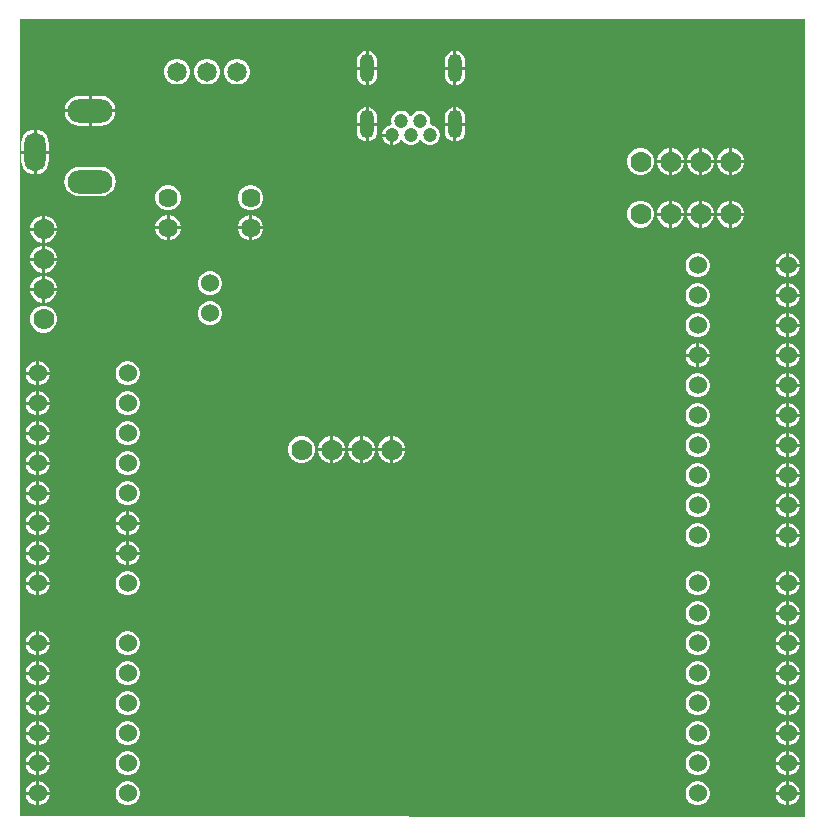
<source format=gbl>
G04*
G04 #@! TF.GenerationSoftware,Altium Limited,Altium Designer,24.2.2 (26)*
G04*
G04 Layer_Physical_Order=2*
G04 Layer_Color=16711680*
%FSLAX44Y44*%
%MOMM*%
G71*
G04*
G04 #@! TF.SameCoordinates,EF5741E1-F204-4FC3-9B2C-2ADE7EA652BA*
G04*
G04*
G04 #@! TF.FilePolarity,Positive*
G04*
G01*
G75*
%ADD60C,1.6200*%
%ADD61C,1.5240*%
%ADD62C,1.7780*%
%ADD63C,1.6500*%
%ADD64O,1.2000X2.4000*%
%ADD65C,1.2000*%
%ADD66O,1.8000X3.3000*%
%ADD67O,3.8000X2.0000*%
%ADD68C,0.6350*%
G36*
X670461Y6088D02*
X669562Y5191D01*
X5179Y6445D01*
Y680620D01*
X670461D01*
X670461Y6088D01*
D02*
G37*
%LPC*%
G36*
X375020Y653575D02*
Y640398D01*
X382363D01*
Y645128D01*
X382070Y647358D01*
X381209Y649435D01*
X379840Y651219D01*
X378056Y652588D01*
X375979Y653449D01*
X375020Y653575D01*
D02*
G37*
G36*
X300620D02*
Y640398D01*
X307964D01*
Y645128D01*
X307671Y647358D01*
X306810Y649435D01*
X305441Y651219D01*
X303657Y652588D01*
X301580Y653449D01*
X300620Y653575D01*
D02*
G37*
G36*
X298080D02*
X297121Y653449D01*
X295044Y652588D01*
X293260Y651219D01*
X291891Y649435D01*
X291030Y647358D01*
X290737Y645128D01*
Y640398D01*
X298080D01*
Y653575D01*
D02*
G37*
G36*
X372480D02*
X371520Y653449D01*
X369443Y652588D01*
X367659Y651219D01*
X366290Y649435D01*
X365429Y647358D01*
X365136Y645128D01*
Y640398D01*
X372480D01*
Y653575D01*
D02*
G37*
G36*
X190651Y647060D02*
X187810D01*
X185065Y646325D01*
X182605Y644904D01*
X180596Y642895D01*
X179175Y640435D01*
X178440Y637691D01*
Y634850D01*
X179175Y632105D01*
X180596Y629645D01*
X182605Y627636D01*
X185065Y626215D01*
X187810Y625480D01*
X190651D01*
X193395Y626215D01*
X195855Y627636D01*
X197864Y629645D01*
X199285Y632105D01*
X200020Y634850D01*
Y637691D01*
X199285Y640435D01*
X197864Y642895D01*
X195855Y644904D01*
X193395Y646325D01*
X190651Y647060D01*
D02*
G37*
G36*
X165250D02*
X162409D01*
X159665Y646325D01*
X157205Y644904D01*
X155196Y642895D01*
X153775Y640435D01*
X153040Y637691D01*
Y634850D01*
X153775Y632105D01*
X155196Y629645D01*
X157205Y627636D01*
X159665Y626215D01*
X162409Y625480D01*
X165250D01*
X167995Y626215D01*
X170455Y627636D01*
X172464Y629645D01*
X173885Y632105D01*
X174620Y634850D01*
Y637691D01*
X173885Y640435D01*
X172464Y642895D01*
X170455Y644904D01*
X167995Y646325D01*
X165250Y647060D01*
D02*
G37*
G36*
X139851D02*
X137009D01*
X134265Y646325D01*
X131805Y644904D01*
X129796Y642895D01*
X128375Y640435D01*
X127640Y637691D01*
Y634850D01*
X128375Y632105D01*
X129796Y629645D01*
X131805Y627636D01*
X134265Y626215D01*
X137009Y625480D01*
X139851D01*
X142595Y626215D01*
X145055Y627636D01*
X147064Y629645D01*
X148485Y632105D01*
X149220Y634850D01*
Y637691D01*
X148485Y640435D01*
X147064Y642895D01*
X145055Y644904D01*
X142595Y646325D01*
X139851Y647060D01*
D02*
G37*
G36*
X382363Y637859D02*
X375020D01*
Y624682D01*
X375979Y624808D01*
X378056Y625669D01*
X379840Y627038D01*
X381209Y628822D01*
X382070Y630899D01*
X382363Y633129D01*
Y637859D01*
D02*
G37*
G36*
X307964D02*
X300620D01*
Y624682D01*
X301580Y624808D01*
X303657Y625669D01*
X305441Y627038D01*
X306810Y628822D01*
X307671Y630899D01*
X307964Y633129D01*
Y637859D01*
D02*
G37*
G36*
X372480D02*
X365136D01*
Y633129D01*
X365429Y630899D01*
X366290Y628822D01*
X367659Y627038D01*
X369443Y625669D01*
X371520Y624808D01*
X372480Y624682D01*
Y637859D01*
D02*
G37*
G36*
X298080D02*
X290737D01*
Y633129D01*
X291030Y630899D01*
X291891Y628822D01*
X293260Y627038D01*
X295044Y625669D01*
X297121Y624808D01*
X298080Y624682D01*
Y637859D01*
D02*
G37*
G36*
X73770Y615898D02*
X66040D01*
Y604520D01*
X86251D01*
X85987Y606524D01*
X84724Y609574D01*
X82714Y612194D01*
X80094Y614204D01*
X77044Y615467D01*
X73770Y615898D01*
D02*
G37*
G36*
X63500D02*
X55770D01*
X52496Y615467D01*
X49446Y614204D01*
X46826Y612194D01*
X44816Y609574D01*
X43553Y606524D01*
X43289Y604520D01*
X63500D01*
Y615898D01*
D02*
G37*
G36*
X345476Y603189D02*
X343227D01*
X341055Y602607D01*
X339108Y601482D01*
X337518Y599892D01*
X337085Y599143D01*
X335619D01*
X335186Y599892D01*
X333596Y601482D01*
X331648Y602607D01*
X329477Y603189D01*
X327228D01*
X325056Y602607D01*
X323108Y601482D01*
X321519Y599892D01*
X320394Y597945D01*
X319812Y595773D01*
Y593524D01*
X320108Y592421D01*
X319227Y591152D01*
X317055Y590569D01*
X315107Y589445D01*
X313517Y587855D01*
X312393Y585908D01*
X311850Y583881D01*
X320351D01*
Y582612D01*
X321621D01*
Y574110D01*
X323647Y574654D01*
X325595Y575778D01*
X327185Y577368D01*
X327618Y578117D01*
X329084D01*
X329517Y577368D01*
X331107Y575778D01*
X333054Y574654D01*
X335226Y574072D01*
X337475D01*
X339647Y574654D01*
X341594Y575778D01*
X343184Y577368D01*
X343617Y578117D01*
X345084D01*
X345516Y577368D01*
X347106Y575778D01*
X349054Y574654D01*
X351226Y574072D01*
X353474D01*
X355646Y574654D01*
X357594Y575778D01*
X359184Y577368D01*
X360308Y579315D01*
X360890Y581487D01*
Y583736D01*
X360308Y585908D01*
X359184Y587855D01*
X357594Y589445D01*
X355646Y590569D01*
X353474Y591152D01*
X352596Y592421D01*
X352892Y593524D01*
Y595773D01*
X352310Y597945D01*
X351185Y599892D01*
X349595Y601482D01*
X347648Y602607D01*
X345476Y603189D01*
D02*
G37*
G36*
X375020Y606075D02*
Y592898D01*
X382363D01*
Y597629D01*
X382070Y599858D01*
X381209Y601935D01*
X379840Y603719D01*
X378056Y605088D01*
X375979Y605949D01*
X375020Y606075D01*
D02*
G37*
G36*
X300620D02*
Y592898D01*
X307964D01*
Y597629D01*
X307671Y599858D01*
X306810Y601935D01*
X305441Y603719D01*
X303657Y605088D01*
X301580Y605949D01*
X300620Y606075D01*
D02*
G37*
G36*
X298080D02*
X297121Y605949D01*
X295044Y605088D01*
X293260Y603719D01*
X291891Y601935D01*
X291030Y599858D01*
X290737Y597629D01*
Y592898D01*
X298080D01*
Y606075D01*
D02*
G37*
G36*
X372480D02*
X371520Y605949D01*
X369443Y605088D01*
X367659Y603719D01*
X366290Y601935D01*
X365429Y599858D01*
X365136Y597629D01*
Y592898D01*
X372480D01*
Y606075D01*
D02*
G37*
G36*
X86251Y601980D02*
X66040D01*
Y590602D01*
X73770D01*
X77044Y591033D01*
X80094Y592296D01*
X82714Y594306D01*
X84724Y596926D01*
X85987Y599976D01*
X86251Y601980D01*
D02*
G37*
G36*
X63500D02*
X43289D01*
X43553Y599976D01*
X44816Y596926D01*
X46826Y594306D01*
X49446Y592296D01*
X52496Y591033D01*
X55770Y590602D01*
X63500D01*
Y601980D01*
D02*
G37*
G36*
X382363Y590359D02*
X375020D01*
Y577182D01*
X375979Y577308D01*
X378056Y578169D01*
X379840Y579538D01*
X381209Y581322D01*
X382070Y583399D01*
X382363Y585629D01*
Y590359D01*
D02*
G37*
G36*
X307964D02*
X300620D01*
Y577182D01*
X301580Y577308D01*
X303657Y578169D01*
X305441Y579538D01*
X306810Y581322D01*
X307671Y583399D01*
X307964Y585629D01*
Y590359D01*
D02*
G37*
G36*
X298080D02*
X290737D01*
Y585629D01*
X291030Y583399D01*
X291891Y581322D01*
X293260Y579538D01*
X295044Y578169D01*
X297121Y577308D01*
X298080Y577182D01*
Y590359D01*
D02*
G37*
G36*
X372480D02*
X365136D01*
Y585629D01*
X365429Y583399D01*
X366290Y581322D01*
X367659Y579538D01*
X369443Y578169D01*
X371520Y577308D01*
X372480Y577182D01*
Y590359D01*
D02*
G37*
G36*
X319081Y581342D02*
X311850D01*
X312393Y579315D01*
X313517Y577368D01*
X315107Y575778D01*
X317055Y574654D01*
X319081Y574110D01*
Y581342D01*
D02*
G37*
G36*
X19540Y587222D02*
Y569520D01*
X29910D01*
Y575750D01*
X29513Y578763D01*
X28350Y581570D01*
X26500Y583980D01*
X24090Y585830D01*
X21282Y586993D01*
X19540Y587222D01*
D02*
G37*
G36*
X17000Y587222D02*
X15257Y586993D01*
X12450Y585830D01*
X10040Y583980D01*
X8190Y581570D01*
X7027Y578763D01*
X6630Y575750D01*
Y569520D01*
X17000D01*
Y587222D01*
D02*
G37*
G36*
X608565Y571500D02*
X608330D01*
Y561340D01*
X618490D01*
Y561575D01*
X617711Y564482D01*
X616206Y567088D01*
X614078Y569216D01*
X611472Y570721D01*
X608565Y571500D01*
D02*
G37*
G36*
X605790D02*
X605555D01*
X602648Y570721D01*
X600042Y569216D01*
X597914Y567088D01*
X596409Y564482D01*
X595630Y561575D01*
Y561340D01*
X605790D01*
Y571500D01*
D02*
G37*
G36*
X583165D02*
X582930D01*
Y561340D01*
X593090D01*
Y561575D01*
X592311Y564482D01*
X590806Y567088D01*
X588678Y569216D01*
X586072Y570721D01*
X583165Y571500D01*
D02*
G37*
G36*
X580390D02*
X580155D01*
X577248Y570721D01*
X574642Y569216D01*
X572514Y567088D01*
X571009Y564482D01*
X570230Y561575D01*
Y561340D01*
X580390D01*
Y571500D01*
D02*
G37*
G36*
X557765D02*
X557530D01*
Y561340D01*
X567690D01*
Y561575D01*
X566911Y564482D01*
X565406Y567088D01*
X563278Y569216D01*
X560672Y570721D01*
X557765Y571500D01*
D02*
G37*
G36*
X554990D02*
X554755D01*
X551848Y570721D01*
X549242Y569216D01*
X547114Y567088D01*
X545609Y564482D01*
X544830Y561575D01*
Y561340D01*
X554990D01*
Y571500D01*
D02*
G37*
G36*
X17000Y566980D02*
X6630D01*
Y560750D01*
X7027Y557737D01*
X8190Y554930D01*
X10040Y552520D01*
X12450Y550670D01*
X15257Y549507D01*
X17000Y549278D01*
Y566980D01*
D02*
G37*
G36*
X29910D02*
X19540D01*
Y549278D01*
X21282Y549507D01*
X24090Y550670D01*
X26500Y552520D01*
X28350Y554930D01*
X29513Y557737D01*
X29910Y560750D01*
Y566980D01*
D02*
G37*
G36*
X618490Y558800D02*
X608330D01*
Y548640D01*
X608565D01*
X611472Y549419D01*
X614078Y550924D01*
X616206Y553052D01*
X617711Y555658D01*
X618490Y558565D01*
Y558800D01*
D02*
G37*
G36*
X605790D02*
X595630D01*
Y558565D01*
X596409Y555658D01*
X597914Y553052D01*
X600042Y550924D01*
X602648Y549419D01*
X605555Y548640D01*
X605790D01*
Y558800D01*
D02*
G37*
G36*
X593090D02*
X582930D01*
Y548640D01*
X583165D01*
X586072Y549419D01*
X588678Y550924D01*
X590806Y553052D01*
X592311Y555658D01*
X593090Y558565D01*
Y558800D01*
D02*
G37*
G36*
X580390D02*
X570230D01*
Y558565D01*
X571009Y555658D01*
X572514Y553052D01*
X574642Y550924D01*
X577248Y549419D01*
X580155Y548640D01*
X580390D01*
Y558800D01*
D02*
G37*
G36*
X567690D02*
X557530D01*
Y548640D01*
X557765D01*
X560672Y549419D01*
X563278Y550924D01*
X565406Y553052D01*
X566911Y555658D01*
X567690Y558565D01*
Y558800D01*
D02*
G37*
G36*
X554990D02*
X544830D01*
Y558565D01*
X545609Y555658D01*
X547114Y553052D01*
X549242Y550924D01*
X551848Y549419D01*
X554755Y548640D01*
X554990D01*
Y558800D01*
D02*
G37*
G36*
X532365Y571500D02*
X529355D01*
X526448Y570721D01*
X523842Y569216D01*
X521714Y567088D01*
X520209Y564482D01*
X519430Y561575D01*
Y558565D01*
X520209Y555658D01*
X521714Y553052D01*
X523842Y550924D01*
X526448Y549419D01*
X529355Y548640D01*
X532365D01*
X535272Y549419D01*
X537878Y550924D01*
X540006Y553052D01*
X541511Y555658D01*
X542290Y558565D01*
Y561575D01*
X541511Y564482D01*
X540006Y567088D01*
X537878Y569216D01*
X535272Y570721D01*
X532365Y571500D01*
D02*
G37*
G36*
X73770Y555898D02*
X55770D01*
X52496Y555467D01*
X49446Y554204D01*
X46826Y552194D01*
X44816Y549574D01*
X43553Y546524D01*
X43122Y543250D01*
X43553Y539976D01*
X44816Y536926D01*
X46826Y534306D01*
X49446Y532296D01*
X52496Y531033D01*
X55770Y530602D01*
X73770D01*
X77044Y531033D01*
X80094Y532296D01*
X82714Y534306D01*
X84724Y536926D01*
X85987Y539976D01*
X86418Y543250D01*
X85987Y546524D01*
X84724Y549574D01*
X82714Y552194D01*
X80094Y554204D01*
X77044Y555467D01*
X73770Y555898D01*
D02*
G37*
G36*
X202061Y540230D02*
X199259D01*
X196553Y539505D01*
X194127Y538104D01*
X192146Y536123D01*
X190745Y533697D01*
X190020Y530991D01*
Y528189D01*
X190745Y525483D01*
X192146Y523057D01*
X194127Y521076D01*
X196553Y519675D01*
X199259Y518950D01*
X202061D01*
X204767Y519675D01*
X207193Y521076D01*
X209174Y523057D01*
X210575Y525483D01*
X211300Y528189D01*
Y530991D01*
X210575Y533697D01*
X209174Y536123D01*
X207193Y538104D01*
X204767Y539505D01*
X202061Y540230D01*
D02*
G37*
G36*
X132211D02*
X129409D01*
X126703Y539505D01*
X124277Y538104D01*
X122296Y536123D01*
X120895Y533697D01*
X120170Y530991D01*
Y528189D01*
X120895Y525483D01*
X122296Y523057D01*
X124277Y521076D01*
X126703Y519675D01*
X129409Y518950D01*
X132211D01*
X134917Y519675D01*
X137343Y521076D01*
X139324Y523057D01*
X140725Y525483D01*
X141450Y528189D01*
Y530991D01*
X140725Y533697D01*
X139324Y536123D01*
X137343Y538104D01*
X134917Y539505D01*
X132211Y540230D01*
D02*
G37*
G36*
X608565Y527050D02*
X608330D01*
Y516890D01*
X618490D01*
Y517125D01*
X617711Y520032D01*
X616206Y522638D01*
X614078Y524766D01*
X611472Y526271D01*
X608565Y527050D01*
D02*
G37*
G36*
X605790D02*
X605555D01*
X602648Y526271D01*
X600042Y524766D01*
X597914Y522638D01*
X596409Y520032D01*
X595630Y517125D01*
Y516890D01*
X605790D01*
Y527050D01*
D02*
G37*
G36*
X583165D02*
X582930D01*
Y516890D01*
X593090D01*
Y517125D01*
X592311Y520032D01*
X590806Y522638D01*
X588678Y524766D01*
X586072Y526271D01*
X583165Y527050D01*
D02*
G37*
G36*
X580390D02*
X580155D01*
X577248Y526271D01*
X574642Y524766D01*
X572514Y522638D01*
X571009Y520032D01*
X570230Y517125D01*
Y516890D01*
X580390D01*
Y527050D01*
D02*
G37*
G36*
X557765D02*
X557530D01*
Y516890D01*
X567690D01*
Y517125D01*
X566911Y520032D01*
X565406Y522638D01*
X563278Y524766D01*
X560672Y526271D01*
X557765Y527050D01*
D02*
G37*
G36*
X554990D02*
X554755D01*
X551848Y526271D01*
X549242Y524766D01*
X547114Y522638D01*
X545609Y520032D01*
X544830Y517125D01*
Y516890D01*
X554990D01*
Y527050D01*
D02*
G37*
G36*
X202061Y514830D02*
X201930D01*
Y505460D01*
X211300D01*
Y505591D01*
X210575Y508297D01*
X209174Y510723D01*
X207193Y512704D01*
X204767Y514105D01*
X202061Y514830D01*
D02*
G37*
G36*
X132211D02*
X132080D01*
Y505460D01*
X141450D01*
Y505591D01*
X140725Y508297D01*
X139324Y510723D01*
X137343Y512704D01*
X134917Y514105D01*
X132211Y514830D01*
D02*
G37*
G36*
X129540D02*
X129409D01*
X126703Y514105D01*
X124277Y512704D01*
X122296Y510723D01*
X120895Y508297D01*
X120170Y505591D01*
Y505460D01*
X129540D01*
Y514830D01*
D02*
G37*
G36*
X199390D02*
X199259D01*
X196553Y514105D01*
X194127Y512704D01*
X192146Y510723D01*
X190745Y508297D01*
X190020Y505591D01*
Y505460D01*
X199390D01*
Y514830D01*
D02*
G37*
G36*
X26905Y514350D02*
X26670D01*
Y504190D01*
X36830D01*
Y504425D01*
X36051Y507332D01*
X34546Y509938D01*
X32418Y512066D01*
X29812Y513571D01*
X26905Y514350D01*
D02*
G37*
G36*
X618490D02*
X608330D01*
Y504190D01*
X608565D01*
X611472Y504969D01*
X614078Y506474D01*
X616206Y508602D01*
X617711Y511208D01*
X618490Y514115D01*
Y514350D01*
D02*
G37*
G36*
X605790D02*
X595630D01*
Y514115D01*
X596409Y511208D01*
X597914Y508602D01*
X600042Y506474D01*
X602648Y504969D01*
X605555Y504190D01*
X605790D01*
Y514350D01*
D02*
G37*
G36*
X593090D02*
X582930D01*
Y504190D01*
X583165D01*
X586072Y504969D01*
X588678Y506474D01*
X590806Y508602D01*
X592311Y511208D01*
X593090Y514115D01*
Y514350D01*
D02*
G37*
G36*
X580390D02*
X570230D01*
Y514115D01*
X571009Y511208D01*
X572514Y508602D01*
X574642Y506474D01*
X577248Y504969D01*
X580155Y504190D01*
X580390D01*
Y514350D01*
D02*
G37*
G36*
X567690D02*
X557530D01*
Y504190D01*
X557765D01*
X560672Y504969D01*
X563278Y506474D01*
X565406Y508602D01*
X566911Y511208D01*
X567690Y514115D01*
Y514350D01*
D02*
G37*
G36*
X554990D02*
X544830D01*
Y514115D01*
X545609Y511208D01*
X547114Y508602D01*
X549242Y506474D01*
X551848Y504969D01*
X554755Y504190D01*
X554990D01*
Y514350D01*
D02*
G37*
G36*
X532365Y527050D02*
X529355D01*
X526448Y526271D01*
X523842Y524766D01*
X521714Y522638D01*
X520209Y520032D01*
X519430Y517125D01*
Y514115D01*
X520209Y511208D01*
X521714Y508602D01*
X523842Y506474D01*
X526448Y504969D01*
X529355Y504190D01*
X532365D01*
X535272Y504969D01*
X537878Y506474D01*
X540006Y508602D01*
X541511Y511208D01*
X542290Y514115D01*
Y517125D01*
X541511Y520032D01*
X540006Y522638D01*
X537878Y524766D01*
X535272Y526271D01*
X532365Y527050D01*
D02*
G37*
G36*
X24130Y514350D02*
X23895D01*
X20988Y513571D01*
X18382Y512066D01*
X16254Y509938D01*
X14749Y507332D01*
X13970Y504425D01*
Y504190D01*
X24130D01*
Y514350D01*
D02*
G37*
G36*
X211300Y502920D02*
X201930D01*
Y493550D01*
X202061D01*
X204767Y494275D01*
X207193Y495676D01*
X209174Y497657D01*
X210575Y500083D01*
X211300Y502789D01*
Y502920D01*
D02*
G37*
G36*
X199390D02*
X190020D01*
Y502789D01*
X190745Y500083D01*
X192146Y497657D01*
X194127Y495676D01*
X196553Y494275D01*
X199259Y493550D01*
X199390D01*
Y502920D01*
D02*
G37*
G36*
X141450D02*
X132080D01*
Y493550D01*
X132211D01*
X134917Y494275D01*
X137343Y495676D01*
X139324Y497657D01*
X140725Y500083D01*
X141450Y502789D01*
Y502920D01*
D02*
G37*
G36*
X129540D02*
X120170D01*
Y502789D01*
X120895Y500083D01*
X122296Y497657D01*
X124277Y495676D01*
X126703Y494275D01*
X129409Y493550D01*
X129540D01*
Y502920D01*
D02*
G37*
G36*
X36830Y501650D02*
X26670D01*
Y491490D01*
X26905D01*
X29812Y492269D01*
X32418Y493774D01*
X34546Y495902D01*
X36051Y498508D01*
X36830Y501415D01*
Y501650D01*
D02*
G37*
G36*
X24130D02*
X13970D01*
Y501415D01*
X14749Y498508D01*
X16254Y495902D01*
X18382Y493774D01*
X20988Y492269D01*
X23895Y491490D01*
X24130D01*
Y501650D01*
D02*
G37*
G36*
X26905Y488950D02*
X26670D01*
Y478790D01*
X36830D01*
Y479025D01*
X36051Y481932D01*
X34546Y484538D01*
X32418Y486666D01*
X29812Y488171D01*
X26905Y488950D01*
D02*
G37*
G36*
X24130D02*
X23895D01*
X20988Y488171D01*
X18382Y486666D01*
X16254Y484538D01*
X14749Y481932D01*
X13970Y479025D01*
Y478790D01*
X24130D01*
Y488950D01*
D02*
G37*
G36*
X656658Y482600D02*
X656590D01*
Y473710D01*
X665480D01*
Y473778D01*
X664788Y476362D01*
X663450Y478678D01*
X661558Y480570D01*
X659242Y481908D01*
X656658Y482600D01*
D02*
G37*
G36*
X654050D02*
X653982D01*
X651398Y481908D01*
X649082Y480570D01*
X647190Y478678D01*
X645852Y476362D01*
X645160Y473778D01*
Y473710D01*
X654050D01*
Y482600D01*
D02*
G37*
G36*
X36830Y476250D02*
X26670D01*
Y466090D01*
X26905D01*
X29812Y466869D01*
X32418Y468374D01*
X34546Y470502D01*
X36051Y473108D01*
X36830Y476015D01*
Y476250D01*
D02*
G37*
G36*
X24130D02*
X13970D01*
Y476015D01*
X14749Y473108D01*
X16254Y470502D01*
X18382Y468374D01*
X20988Y466869D01*
X23895Y466090D01*
X24130D01*
Y476250D01*
D02*
G37*
G36*
X665480Y471170D02*
X656590D01*
Y462280D01*
X656658D01*
X659242Y462972D01*
X661558Y464310D01*
X663450Y466202D01*
X664788Y468518D01*
X665480Y471102D01*
Y471170D01*
D02*
G37*
G36*
X654050D02*
X645160D01*
Y471102D01*
X645852Y468518D01*
X647190Y466202D01*
X649082Y464310D01*
X651398Y462972D01*
X653982Y462280D01*
X654050D01*
Y471170D01*
D02*
G37*
G36*
X580458Y482600D02*
X577782D01*
X575198Y481908D01*
X572882Y480570D01*
X570990Y478678D01*
X569652Y476362D01*
X568960Y473778D01*
Y471102D01*
X569652Y468518D01*
X570990Y466202D01*
X572882Y464310D01*
X575198Y462972D01*
X577782Y462280D01*
X580458D01*
X583042Y462972D01*
X585358Y464310D01*
X587250Y466202D01*
X588588Y468518D01*
X589280Y471102D01*
Y473778D01*
X588588Y476362D01*
X587250Y478678D01*
X585358Y480570D01*
X583042Y481908D01*
X580458Y482600D01*
D02*
G37*
G36*
X26905Y463550D02*
X26670D01*
Y453390D01*
X36830D01*
Y453625D01*
X36051Y456532D01*
X34546Y459138D01*
X32418Y461266D01*
X29812Y462771D01*
X26905Y463550D01*
D02*
G37*
G36*
X24130D02*
X23895D01*
X20988Y462771D01*
X18382Y461266D01*
X16254Y459138D01*
X14749Y456532D01*
X13970Y453625D01*
Y453390D01*
X24130D01*
Y463550D01*
D02*
G37*
G36*
X656658Y457200D02*
X656590D01*
Y448310D01*
X665480D01*
Y448378D01*
X664788Y450962D01*
X663450Y453278D01*
X661558Y455170D01*
X659242Y456508D01*
X656658Y457200D01*
D02*
G37*
G36*
X654050D02*
X653982D01*
X651398Y456508D01*
X649082Y455170D01*
X647190Y453278D01*
X645852Y450962D01*
X645160Y448378D01*
Y448310D01*
X654050D01*
Y457200D01*
D02*
G37*
G36*
X167708Y467360D02*
X165032D01*
X162448Y466668D01*
X160132Y465330D01*
X158240Y463438D01*
X156902Y461122D01*
X156210Y458538D01*
Y455862D01*
X156902Y453278D01*
X158240Y450962D01*
X160132Y449070D01*
X162448Y447732D01*
X165032Y447040D01*
X167708D01*
X170292Y447732D01*
X172608Y449070D01*
X174500Y450962D01*
X175838Y453278D01*
X176530Y455862D01*
Y458538D01*
X175838Y461122D01*
X174500Y463438D01*
X172608Y465330D01*
X170292Y466668D01*
X167708Y467360D01*
D02*
G37*
G36*
X36830Y450850D02*
X26670D01*
Y440690D01*
X26905D01*
X29812Y441469D01*
X32418Y442974D01*
X34546Y445102D01*
X36051Y447708D01*
X36830Y450615D01*
Y450850D01*
D02*
G37*
G36*
X24130D02*
X13970D01*
Y450615D01*
X14749Y447708D01*
X16254Y445102D01*
X18382Y442974D01*
X20988Y441469D01*
X23895Y440690D01*
X24130D01*
Y450850D01*
D02*
G37*
G36*
X665480Y445770D02*
X656590D01*
Y436880D01*
X656658D01*
X659242Y437572D01*
X661558Y438910D01*
X663450Y440802D01*
X664788Y443118D01*
X665480Y445702D01*
Y445770D01*
D02*
G37*
G36*
X654050D02*
X645160D01*
Y445702D01*
X645852Y443118D01*
X647190Y440802D01*
X649082Y438910D01*
X651398Y437572D01*
X653982Y436880D01*
X654050D01*
Y445770D01*
D02*
G37*
G36*
X580458Y457200D02*
X577782D01*
X575198Y456508D01*
X572882Y455170D01*
X570990Y453278D01*
X569652Y450962D01*
X568960Y448378D01*
Y445702D01*
X569652Y443118D01*
X570990Y440802D01*
X572882Y438910D01*
X575198Y437572D01*
X577782Y436880D01*
X580458D01*
X583042Y437572D01*
X585358Y438910D01*
X587250Y440802D01*
X588588Y443118D01*
X589280Y445702D01*
Y448378D01*
X588588Y450962D01*
X587250Y453278D01*
X585358Y455170D01*
X583042Y456508D01*
X580458Y457200D01*
D02*
G37*
G36*
X656658Y431800D02*
X656590D01*
Y422910D01*
X665480D01*
Y422978D01*
X664788Y425562D01*
X663450Y427878D01*
X661558Y429770D01*
X659242Y431108D01*
X656658Y431800D01*
D02*
G37*
G36*
X654050D02*
X653982D01*
X651398Y431108D01*
X649082Y429770D01*
X647190Y427878D01*
X645852Y425562D01*
X645160Y422978D01*
Y422910D01*
X654050D01*
Y431800D01*
D02*
G37*
G36*
X167708Y441960D02*
X165032D01*
X162448Y441268D01*
X160132Y439930D01*
X158240Y438038D01*
X156902Y435722D01*
X156210Y433138D01*
Y430462D01*
X156902Y427878D01*
X158240Y425562D01*
X160132Y423670D01*
X162448Y422332D01*
X165032Y421640D01*
X167708D01*
X170292Y422332D01*
X172608Y423670D01*
X174500Y425562D01*
X175838Y427878D01*
X176530Y430462D01*
Y433138D01*
X175838Y435722D01*
X174500Y438038D01*
X172608Y439930D01*
X170292Y441268D01*
X167708Y441960D01*
D02*
G37*
G36*
X26905Y438150D02*
X23895D01*
X20988Y437371D01*
X18382Y435866D01*
X16254Y433738D01*
X14749Y431132D01*
X13970Y428225D01*
Y425215D01*
X14749Y422308D01*
X16254Y419702D01*
X18382Y417574D01*
X20988Y416069D01*
X23895Y415290D01*
X26905D01*
X29812Y416069D01*
X32418Y417574D01*
X34546Y419702D01*
X36051Y422308D01*
X36830Y425215D01*
Y428225D01*
X36051Y431132D01*
X34546Y433738D01*
X32418Y435866D01*
X29812Y437371D01*
X26905Y438150D01*
D02*
G37*
G36*
X665480Y420370D02*
X656590D01*
Y411480D01*
X656658D01*
X659242Y412172D01*
X661558Y413510D01*
X663450Y415402D01*
X664788Y417718D01*
X665480Y420302D01*
Y420370D01*
D02*
G37*
G36*
X654050D02*
X645160D01*
Y420302D01*
X645852Y417718D01*
X647190Y415402D01*
X649082Y413510D01*
X651398Y412172D01*
X653982Y411480D01*
X654050D01*
Y420370D01*
D02*
G37*
G36*
X580458Y431800D02*
X577782D01*
X575198Y431108D01*
X572882Y429770D01*
X570990Y427878D01*
X569652Y425562D01*
X568960Y422978D01*
Y420302D01*
X569652Y417718D01*
X570990Y415402D01*
X572882Y413510D01*
X575198Y412172D01*
X577782Y411480D01*
X580458D01*
X583042Y412172D01*
X585358Y413510D01*
X587250Y415402D01*
X588588Y417718D01*
X589280Y420302D01*
Y422978D01*
X588588Y425562D01*
X587250Y427878D01*
X585358Y429770D01*
X583042Y431108D01*
X580458Y431800D01*
D02*
G37*
G36*
Y406400D02*
X580390D01*
Y397510D01*
X589280D01*
Y397578D01*
X588588Y400162D01*
X587250Y402478D01*
X585358Y404370D01*
X583042Y405708D01*
X580458Y406400D01*
D02*
G37*
G36*
X656658D02*
X656590D01*
Y397510D01*
X665480D01*
Y397578D01*
X664788Y400162D01*
X663450Y402478D01*
X661558Y404370D01*
X659242Y405708D01*
X656658Y406400D01*
D02*
G37*
G36*
X654050D02*
X653982D01*
X651398Y405708D01*
X649082Y404370D01*
X647190Y402478D01*
X645852Y400162D01*
X645160Y397578D01*
Y397510D01*
X654050D01*
Y406400D01*
D02*
G37*
G36*
X577850D02*
X577782D01*
X575198Y405708D01*
X572882Y404370D01*
X570990Y402478D01*
X569652Y400162D01*
X568960Y397578D01*
Y397510D01*
X577850D01*
Y406400D01*
D02*
G37*
G36*
X665480Y394970D02*
X656590D01*
Y386080D01*
X656658D01*
X659242Y386772D01*
X661558Y388110D01*
X663450Y390002D01*
X664788Y392318D01*
X665480Y394902D01*
Y394970D01*
D02*
G37*
G36*
X654050D02*
X645160D01*
Y394902D01*
X645852Y392318D01*
X647190Y390002D01*
X649082Y388110D01*
X651398Y386772D01*
X653982Y386080D01*
X654050D01*
Y394970D01*
D02*
G37*
G36*
X589280D02*
X580390D01*
Y386080D01*
X580458D01*
X583042Y386772D01*
X585358Y388110D01*
X587250Y390002D01*
X588588Y392318D01*
X589280Y394902D01*
Y394970D01*
D02*
G37*
G36*
X577850D02*
X568960D01*
Y394902D01*
X569652Y392318D01*
X570990Y390002D01*
X572882Y388110D01*
X575198Y386772D01*
X577782Y386080D01*
X577850D01*
Y394970D01*
D02*
G37*
G36*
X21658Y391160D02*
X21590D01*
Y382270D01*
X30480D01*
Y382338D01*
X29788Y384922D01*
X28450Y387238D01*
X26558Y389130D01*
X24242Y390468D01*
X21658Y391160D01*
D02*
G37*
G36*
X19050D02*
X18982D01*
X16398Y390468D01*
X14082Y389130D01*
X12190Y387238D01*
X10852Y384922D01*
X10160Y382338D01*
Y382270D01*
X19050D01*
Y391160D01*
D02*
G37*
G36*
X656658Y381000D02*
X656590D01*
Y372110D01*
X665480D01*
Y372178D01*
X664788Y374762D01*
X663450Y377078D01*
X661558Y378970D01*
X659242Y380308D01*
X656658Y381000D01*
D02*
G37*
G36*
X654050D02*
X653982D01*
X651398Y380308D01*
X649082Y378970D01*
X647190Y377078D01*
X645852Y374762D01*
X645160Y372178D01*
Y372110D01*
X654050D01*
Y381000D01*
D02*
G37*
G36*
X97858Y391160D02*
X95182D01*
X92598Y390468D01*
X90282Y389130D01*
X88390Y387238D01*
X87052Y384922D01*
X86360Y382338D01*
Y379662D01*
X87052Y377078D01*
X88390Y374762D01*
X90282Y372870D01*
X92598Y371532D01*
X95182Y370840D01*
X97858D01*
X100442Y371532D01*
X102758Y372870D01*
X104650Y374762D01*
X105988Y377078D01*
X106680Y379662D01*
Y382338D01*
X105988Y384922D01*
X104650Y387238D01*
X102758Y389130D01*
X100442Y390468D01*
X97858Y391160D01*
D02*
G37*
G36*
X30480Y379730D02*
X21590D01*
Y370840D01*
X21658D01*
X24242Y371532D01*
X26558Y372870D01*
X28450Y374762D01*
X29788Y377078D01*
X30480Y379662D01*
Y379730D01*
D02*
G37*
G36*
X19050D02*
X10160D01*
Y379662D01*
X10852Y377078D01*
X12190Y374762D01*
X14082Y372870D01*
X16398Y371532D01*
X18982Y370840D01*
X19050D01*
Y379730D01*
D02*
G37*
G36*
X665480Y369570D02*
X656590D01*
Y360680D01*
X656658D01*
X659242Y361372D01*
X661558Y362710D01*
X663450Y364602D01*
X664788Y366918D01*
X665480Y369502D01*
Y369570D01*
D02*
G37*
G36*
X654050D02*
X645160D01*
Y369502D01*
X645852Y366918D01*
X647190Y364602D01*
X649082Y362710D01*
X651398Y361372D01*
X653982Y360680D01*
X654050D01*
Y369570D01*
D02*
G37*
G36*
X580458Y381000D02*
X577782D01*
X575198Y380308D01*
X572882Y378970D01*
X570990Y377078D01*
X569652Y374762D01*
X568960Y372178D01*
Y369502D01*
X569652Y366918D01*
X570990Y364602D01*
X572882Y362710D01*
X575198Y361372D01*
X577782Y360680D01*
X580458D01*
X583042Y361372D01*
X585358Y362710D01*
X587250Y364602D01*
X588588Y366918D01*
X589280Y369502D01*
Y372178D01*
X588588Y374762D01*
X587250Y377078D01*
X585358Y378970D01*
X583042Y380308D01*
X580458Y381000D01*
D02*
G37*
G36*
X21658Y365760D02*
X21590D01*
Y356870D01*
X30480D01*
Y356938D01*
X29788Y359522D01*
X28450Y361838D01*
X26558Y363730D01*
X24242Y365068D01*
X21658Y365760D01*
D02*
G37*
G36*
X19050D02*
X18982D01*
X16398Y365068D01*
X14082Y363730D01*
X12190Y361838D01*
X10852Y359522D01*
X10160Y356938D01*
Y356870D01*
X19050D01*
Y365760D01*
D02*
G37*
G36*
X656658Y355600D02*
X656590D01*
Y346710D01*
X665480D01*
Y346778D01*
X664788Y349362D01*
X663450Y351678D01*
X661558Y353570D01*
X659242Y354908D01*
X656658Y355600D01*
D02*
G37*
G36*
X654050D02*
X653982D01*
X651398Y354908D01*
X649082Y353570D01*
X647190Y351678D01*
X645852Y349362D01*
X645160Y346778D01*
Y346710D01*
X654050D01*
Y355600D01*
D02*
G37*
G36*
X97858Y365760D02*
X95182D01*
X92598Y365068D01*
X90282Y363730D01*
X88390Y361838D01*
X87052Y359522D01*
X86360Y356938D01*
Y354262D01*
X87052Y351678D01*
X88390Y349362D01*
X90282Y347470D01*
X92598Y346132D01*
X95182Y345440D01*
X97858D01*
X100442Y346132D01*
X102758Y347470D01*
X104650Y349362D01*
X105988Y351678D01*
X106680Y354262D01*
Y356938D01*
X105988Y359522D01*
X104650Y361838D01*
X102758Y363730D01*
X100442Y365068D01*
X97858Y365760D01*
D02*
G37*
G36*
X30480Y354330D02*
X21590D01*
Y345440D01*
X21658D01*
X24242Y346132D01*
X26558Y347470D01*
X28450Y349362D01*
X29788Y351678D01*
X30480Y354262D01*
Y354330D01*
D02*
G37*
G36*
X19050D02*
X10160D01*
Y354262D01*
X10852Y351678D01*
X12190Y349362D01*
X14082Y347470D01*
X16398Y346132D01*
X18982Y345440D01*
X19050D01*
Y354330D01*
D02*
G37*
G36*
X665480Y344170D02*
X656590D01*
Y335280D01*
X656658D01*
X659242Y335972D01*
X661558Y337310D01*
X663450Y339202D01*
X664788Y341518D01*
X665480Y344102D01*
Y344170D01*
D02*
G37*
G36*
X654050D02*
X645160D01*
Y344102D01*
X645852Y341518D01*
X647190Y339202D01*
X649082Y337310D01*
X651398Y335972D01*
X653982Y335280D01*
X654050D01*
Y344170D01*
D02*
G37*
G36*
X580458Y355600D02*
X577782D01*
X575198Y354908D01*
X572882Y353570D01*
X570990Y351678D01*
X569652Y349362D01*
X568960Y346778D01*
Y344102D01*
X569652Y341518D01*
X570990Y339202D01*
X572882Y337310D01*
X575198Y335972D01*
X577782Y335280D01*
X580458D01*
X583042Y335972D01*
X585358Y337310D01*
X587250Y339202D01*
X588588Y341518D01*
X589280Y344102D01*
Y346778D01*
X588588Y349362D01*
X587250Y351678D01*
X585358Y353570D01*
X583042Y354908D01*
X580458Y355600D01*
D02*
G37*
G36*
X21658Y340360D02*
X21590D01*
Y331470D01*
X30480D01*
Y331538D01*
X29788Y334122D01*
X28450Y336438D01*
X26558Y338330D01*
X24242Y339668D01*
X21658Y340360D01*
D02*
G37*
G36*
X19050D02*
X18982D01*
X16398Y339668D01*
X14082Y338330D01*
X12190Y336438D01*
X10852Y334122D01*
X10160Y331538D01*
Y331470D01*
X19050D01*
Y340360D01*
D02*
G37*
G36*
X656658Y330200D02*
X656590D01*
Y321310D01*
X665480D01*
Y321378D01*
X664788Y323962D01*
X663450Y326278D01*
X661558Y328170D01*
X659242Y329508D01*
X656658Y330200D01*
D02*
G37*
G36*
X654050D02*
X653982D01*
X651398Y329508D01*
X649082Y328170D01*
X647190Y326278D01*
X645852Y323962D01*
X645160Y321378D01*
Y321310D01*
X654050D01*
Y330200D01*
D02*
G37*
G36*
X97858Y340360D02*
X95182D01*
X92598Y339668D01*
X90282Y338330D01*
X88390Y336438D01*
X87052Y334122D01*
X86360Y331538D01*
Y328862D01*
X87052Y326278D01*
X88390Y323962D01*
X90282Y322070D01*
X92598Y320732D01*
X95182Y320040D01*
X97858D01*
X100442Y320732D01*
X102758Y322070D01*
X104650Y323962D01*
X105988Y326278D01*
X106680Y328862D01*
Y331538D01*
X105988Y334122D01*
X104650Y336438D01*
X102758Y338330D01*
X100442Y339668D01*
X97858Y340360D01*
D02*
G37*
G36*
X30480Y328930D02*
X21590D01*
Y320040D01*
X21658D01*
X24242Y320732D01*
X26558Y322070D01*
X28450Y323962D01*
X29788Y326278D01*
X30480Y328862D01*
Y328930D01*
D02*
G37*
G36*
X19050D02*
X10160D01*
Y328862D01*
X10852Y326278D01*
X12190Y323962D01*
X14082Y322070D01*
X16398Y320732D01*
X18982Y320040D01*
X19050D01*
Y328930D01*
D02*
G37*
G36*
X321545Y327660D02*
X321310D01*
Y317500D01*
X331470D01*
Y317735D01*
X330691Y320642D01*
X329186Y323248D01*
X327058Y325376D01*
X324452Y326881D01*
X321545Y327660D01*
D02*
G37*
G36*
X318770D02*
X318535D01*
X315628Y326881D01*
X313022Y325376D01*
X310894Y323248D01*
X309389Y320642D01*
X308610Y317735D01*
Y317500D01*
X318770D01*
Y327660D01*
D02*
G37*
G36*
X296145D02*
X295910D01*
Y317500D01*
X306070D01*
Y317735D01*
X305291Y320642D01*
X303786Y323248D01*
X301658Y325376D01*
X299052Y326881D01*
X296145Y327660D01*
D02*
G37*
G36*
X293370D02*
X293135D01*
X290228Y326881D01*
X287622Y325376D01*
X285494Y323248D01*
X283989Y320642D01*
X283210Y317735D01*
Y317500D01*
X293370D01*
Y327660D01*
D02*
G37*
G36*
X270745D02*
X270510D01*
Y317500D01*
X280670D01*
Y317735D01*
X279891Y320642D01*
X278386Y323248D01*
X276258Y325376D01*
X273652Y326881D01*
X270745Y327660D01*
D02*
G37*
G36*
X267970D02*
X267735D01*
X264828Y326881D01*
X262222Y325376D01*
X260094Y323248D01*
X258589Y320642D01*
X257810Y317735D01*
Y317500D01*
X267970D01*
Y327660D01*
D02*
G37*
G36*
X665480Y318770D02*
X656590D01*
Y309880D01*
X656658D01*
X659242Y310572D01*
X661558Y311910D01*
X663450Y313802D01*
X664788Y316118D01*
X665480Y318702D01*
Y318770D01*
D02*
G37*
G36*
X654050D02*
X645160D01*
Y318702D01*
X645852Y316118D01*
X647190Y313802D01*
X649082Y311910D01*
X651398Y310572D01*
X653982Y309880D01*
X654050D01*
Y318770D01*
D02*
G37*
G36*
X580458Y330200D02*
X577782D01*
X575198Y329508D01*
X572882Y328170D01*
X570990Y326278D01*
X569652Y323962D01*
X568960Y321378D01*
Y318702D01*
X569652Y316118D01*
X570990Y313802D01*
X572882Y311910D01*
X575198Y310572D01*
X577782Y309880D01*
X580458D01*
X583042Y310572D01*
X585358Y311910D01*
X587250Y313802D01*
X588588Y316118D01*
X589280Y318702D01*
Y321378D01*
X588588Y323962D01*
X587250Y326278D01*
X585358Y328170D01*
X583042Y329508D01*
X580458Y330200D01*
D02*
G37*
G36*
X21658Y314960D02*
X21590D01*
Y306070D01*
X30480D01*
Y306138D01*
X29788Y308722D01*
X28450Y311038D01*
X26558Y312930D01*
X24242Y314268D01*
X21658Y314960D01*
D02*
G37*
G36*
X19050D02*
X18982D01*
X16398Y314268D01*
X14082Y312930D01*
X12190Y311038D01*
X10852Y308722D01*
X10160Y306138D01*
Y306070D01*
X19050D01*
Y314960D01*
D02*
G37*
G36*
X331470D02*
X321310D01*
Y304800D01*
X321545D01*
X324452Y305579D01*
X327058Y307084D01*
X329186Y309212D01*
X330691Y311818D01*
X331470Y314725D01*
Y314960D01*
D02*
G37*
G36*
X318770D02*
X308610D01*
Y314725D01*
X309389Y311818D01*
X310894Y309212D01*
X313022Y307084D01*
X315628Y305579D01*
X318535Y304800D01*
X318770D01*
Y314960D01*
D02*
G37*
G36*
X306070D02*
X295910D01*
Y304800D01*
X296145D01*
X299052Y305579D01*
X301658Y307084D01*
X303786Y309212D01*
X305291Y311818D01*
X306070Y314725D01*
Y314960D01*
D02*
G37*
G36*
X293370D02*
X283210D01*
Y314725D01*
X283989Y311818D01*
X285494Y309212D01*
X287622Y307084D01*
X290228Y305579D01*
X293135Y304800D01*
X293370D01*
Y314960D01*
D02*
G37*
G36*
X280670D02*
X270510D01*
Y304800D01*
X270745D01*
X273652Y305579D01*
X276258Y307084D01*
X278386Y309212D01*
X279891Y311818D01*
X280670Y314725D01*
Y314960D01*
D02*
G37*
G36*
X267970D02*
X257810D01*
Y314725D01*
X258589Y311818D01*
X260094Y309212D01*
X262222Y307084D01*
X264828Y305579D01*
X267735Y304800D01*
X267970D01*
Y314960D01*
D02*
G37*
G36*
X245345Y327660D02*
X242335D01*
X239428Y326881D01*
X236822Y325376D01*
X234694Y323248D01*
X233189Y320642D01*
X232410Y317735D01*
Y314725D01*
X233189Y311818D01*
X234694Y309212D01*
X236822Y307084D01*
X239428Y305579D01*
X242335Y304800D01*
X245345D01*
X248252Y305579D01*
X250858Y307084D01*
X252986Y309212D01*
X254491Y311818D01*
X255270Y314725D01*
Y317735D01*
X254491Y320642D01*
X252986Y323248D01*
X250858Y325376D01*
X248252Y326881D01*
X245345Y327660D01*
D02*
G37*
G36*
X656658Y304800D02*
X656590D01*
Y295910D01*
X665480D01*
Y295978D01*
X664788Y298562D01*
X663450Y300878D01*
X661558Y302770D01*
X659242Y304108D01*
X656658Y304800D01*
D02*
G37*
G36*
X654050D02*
X653982D01*
X651398Y304108D01*
X649082Y302770D01*
X647190Y300878D01*
X645852Y298562D01*
X645160Y295978D01*
Y295910D01*
X654050D01*
Y304800D01*
D02*
G37*
G36*
X97858Y314960D02*
X95182D01*
X92598Y314268D01*
X90282Y312930D01*
X88390Y311038D01*
X87052Y308722D01*
X86360Y306138D01*
Y303462D01*
X87052Y300878D01*
X88390Y298562D01*
X90282Y296670D01*
X92598Y295332D01*
X95182Y294640D01*
X97858D01*
X100442Y295332D01*
X102758Y296670D01*
X104650Y298562D01*
X105988Y300878D01*
X106680Y303462D01*
Y306138D01*
X105988Y308722D01*
X104650Y311038D01*
X102758Y312930D01*
X100442Y314268D01*
X97858Y314960D01*
D02*
G37*
G36*
X30480Y303530D02*
X21590D01*
Y294640D01*
X21658D01*
X24242Y295332D01*
X26558Y296670D01*
X28450Y298562D01*
X29788Y300878D01*
X30480Y303462D01*
Y303530D01*
D02*
G37*
G36*
X19050D02*
X10160D01*
Y303462D01*
X10852Y300878D01*
X12190Y298562D01*
X14082Y296670D01*
X16398Y295332D01*
X18982Y294640D01*
X19050D01*
Y303530D01*
D02*
G37*
G36*
X665480Y293370D02*
X656590D01*
Y284480D01*
X656658D01*
X659242Y285172D01*
X661558Y286510D01*
X663450Y288402D01*
X664788Y290718D01*
X665480Y293302D01*
Y293370D01*
D02*
G37*
G36*
X654050D02*
X645160D01*
Y293302D01*
X645852Y290718D01*
X647190Y288402D01*
X649082Y286510D01*
X651398Y285172D01*
X653982Y284480D01*
X654050D01*
Y293370D01*
D02*
G37*
G36*
X580458Y304800D02*
X577782D01*
X575198Y304108D01*
X572882Y302770D01*
X570990Y300878D01*
X569652Y298562D01*
X568960Y295978D01*
Y293302D01*
X569652Y290718D01*
X570990Y288402D01*
X572882Y286510D01*
X575198Y285172D01*
X577782Y284480D01*
X580458D01*
X583042Y285172D01*
X585358Y286510D01*
X587250Y288402D01*
X588588Y290718D01*
X589280Y293302D01*
Y295978D01*
X588588Y298562D01*
X587250Y300878D01*
X585358Y302770D01*
X583042Y304108D01*
X580458Y304800D01*
D02*
G37*
G36*
X21658Y289560D02*
X21590D01*
Y280670D01*
X30480D01*
Y280738D01*
X29788Y283322D01*
X28450Y285638D01*
X26558Y287530D01*
X24242Y288868D01*
X21658Y289560D01*
D02*
G37*
G36*
X19050D02*
X18982D01*
X16398Y288868D01*
X14082Y287530D01*
X12190Y285638D01*
X10852Y283322D01*
X10160Y280738D01*
Y280670D01*
X19050D01*
Y289560D01*
D02*
G37*
G36*
X656658Y279400D02*
X656590D01*
Y270510D01*
X665480D01*
Y270578D01*
X664788Y273162D01*
X663450Y275478D01*
X661558Y277370D01*
X659242Y278708D01*
X656658Y279400D01*
D02*
G37*
G36*
X654050D02*
X653982D01*
X651398Y278708D01*
X649082Y277370D01*
X647190Y275478D01*
X645852Y273162D01*
X645160Y270578D01*
Y270510D01*
X654050D01*
Y279400D01*
D02*
G37*
G36*
X97858Y289560D02*
X95182D01*
X92598Y288868D01*
X90282Y287530D01*
X88390Y285638D01*
X87052Y283322D01*
X86360Y280738D01*
Y278062D01*
X87052Y275478D01*
X88390Y273162D01*
X90282Y271270D01*
X92598Y269932D01*
X95182Y269240D01*
X97858D01*
X100442Y269932D01*
X102758Y271270D01*
X104650Y273162D01*
X105988Y275478D01*
X106680Y278062D01*
Y280738D01*
X105988Y283322D01*
X104650Y285638D01*
X102758Y287530D01*
X100442Y288868D01*
X97858Y289560D01*
D02*
G37*
G36*
X30480Y278130D02*
X21590D01*
Y269240D01*
X21658D01*
X24242Y269932D01*
X26558Y271270D01*
X28450Y273162D01*
X29788Y275478D01*
X30480Y278062D01*
Y278130D01*
D02*
G37*
G36*
X19050D02*
X10160D01*
Y278062D01*
X10852Y275478D01*
X12190Y273162D01*
X14082Y271270D01*
X16398Y269932D01*
X18982Y269240D01*
X19050D01*
Y278130D01*
D02*
G37*
G36*
X665480Y267970D02*
X656590D01*
Y259080D01*
X656658D01*
X659242Y259772D01*
X661558Y261110D01*
X663450Y263002D01*
X664788Y265318D01*
X665480Y267902D01*
Y267970D01*
D02*
G37*
G36*
X654050D02*
X645160D01*
Y267902D01*
X645852Y265318D01*
X647190Y263002D01*
X649082Y261110D01*
X651398Y259772D01*
X653982Y259080D01*
X654050D01*
Y267970D01*
D02*
G37*
G36*
X580458Y279400D02*
X577782D01*
X575198Y278708D01*
X572882Y277370D01*
X570990Y275478D01*
X569652Y273162D01*
X568960Y270578D01*
Y267902D01*
X569652Y265318D01*
X570990Y263002D01*
X572882Y261110D01*
X575198Y259772D01*
X577782Y259080D01*
X580458D01*
X583042Y259772D01*
X585358Y261110D01*
X587250Y263002D01*
X588588Y265318D01*
X589280Y267902D01*
Y270578D01*
X588588Y273162D01*
X587250Y275478D01*
X585358Y277370D01*
X583042Y278708D01*
X580458Y279400D01*
D02*
G37*
G36*
X97858Y264160D02*
X97790D01*
Y255270D01*
X106680D01*
Y255338D01*
X105988Y257922D01*
X104650Y260238D01*
X102758Y262130D01*
X100442Y263468D01*
X97858Y264160D01*
D02*
G37*
G36*
X21658D02*
X21590D01*
Y255270D01*
X30480D01*
Y255338D01*
X29788Y257922D01*
X28450Y260238D01*
X26558Y262130D01*
X24242Y263468D01*
X21658Y264160D01*
D02*
G37*
G36*
X19050D02*
X18982D01*
X16398Y263468D01*
X14082Y262130D01*
X12190Y260238D01*
X10852Y257922D01*
X10160Y255338D01*
Y255270D01*
X19050D01*
Y264160D01*
D02*
G37*
G36*
X95250D02*
X95182D01*
X92598Y263468D01*
X90282Y262130D01*
X88390Y260238D01*
X87052Y257922D01*
X86360Y255338D01*
Y255270D01*
X95250D01*
Y264160D01*
D02*
G37*
G36*
X656658Y254000D02*
X656590D01*
Y245110D01*
X665480D01*
Y245178D01*
X664788Y247762D01*
X663450Y250078D01*
X661558Y251970D01*
X659242Y253308D01*
X656658Y254000D01*
D02*
G37*
G36*
X654050D02*
X653982D01*
X651398Y253308D01*
X649082Y251970D01*
X647190Y250078D01*
X645852Y247762D01*
X645160Y245178D01*
Y245110D01*
X654050D01*
Y254000D01*
D02*
G37*
G36*
X106680Y252730D02*
X97790D01*
Y243840D01*
X97858D01*
X100442Y244532D01*
X102758Y245870D01*
X104650Y247762D01*
X105988Y250078D01*
X106680Y252662D01*
Y252730D01*
D02*
G37*
G36*
X95250D02*
X86360D01*
Y252662D01*
X87052Y250078D01*
X88390Y247762D01*
X90282Y245870D01*
X92598Y244532D01*
X95182Y243840D01*
X95250D01*
Y252730D01*
D02*
G37*
G36*
X30480D02*
X21590D01*
Y243840D01*
X21658D01*
X24242Y244532D01*
X26558Y245870D01*
X28450Y247762D01*
X29788Y250078D01*
X30480Y252662D01*
Y252730D01*
D02*
G37*
G36*
X19050D02*
X10160D01*
Y252662D01*
X10852Y250078D01*
X12190Y247762D01*
X14082Y245870D01*
X16398Y244532D01*
X18982Y243840D01*
X19050D01*
Y252730D01*
D02*
G37*
G36*
X665480Y242570D02*
X656590D01*
Y233680D01*
X656658D01*
X659242Y234372D01*
X661558Y235710D01*
X663450Y237602D01*
X664788Y239918D01*
X665480Y242502D01*
Y242570D01*
D02*
G37*
G36*
X654050D02*
X645160D01*
Y242502D01*
X645852Y239918D01*
X647190Y237602D01*
X649082Y235710D01*
X651398Y234372D01*
X653982Y233680D01*
X654050D01*
Y242570D01*
D02*
G37*
G36*
X580458Y254000D02*
X577782D01*
X575198Y253308D01*
X572882Y251970D01*
X570990Y250078D01*
X569652Y247762D01*
X568960Y245178D01*
Y242502D01*
X569652Y239918D01*
X570990Y237602D01*
X572882Y235710D01*
X575198Y234372D01*
X577782Y233680D01*
X580458D01*
X583042Y234372D01*
X585358Y235710D01*
X587250Y237602D01*
X588588Y239918D01*
X589280Y242502D01*
Y245178D01*
X588588Y247762D01*
X587250Y250078D01*
X585358Y251970D01*
X583042Y253308D01*
X580458Y254000D01*
D02*
G37*
G36*
X97858Y238760D02*
X97790D01*
Y229870D01*
X106680D01*
Y229938D01*
X105988Y232522D01*
X104650Y234838D01*
X102758Y236730D01*
X100442Y238068D01*
X97858Y238760D01*
D02*
G37*
G36*
X21658D02*
X21590D01*
Y229870D01*
X30480D01*
Y229938D01*
X29788Y232522D01*
X28450Y234838D01*
X26558Y236730D01*
X24242Y238068D01*
X21658Y238760D01*
D02*
G37*
G36*
X19050D02*
X18982D01*
X16398Y238068D01*
X14082Y236730D01*
X12190Y234838D01*
X10852Y232522D01*
X10160Y229938D01*
Y229870D01*
X19050D01*
Y238760D01*
D02*
G37*
G36*
X95250D02*
X95182D01*
X92598Y238068D01*
X90282Y236730D01*
X88390Y234838D01*
X87052Y232522D01*
X86360Y229938D01*
Y229870D01*
X95250D01*
Y238760D01*
D02*
G37*
G36*
X106680Y227330D02*
X97790D01*
Y218440D01*
X97858D01*
X100442Y219132D01*
X102758Y220470D01*
X104650Y222362D01*
X105988Y224678D01*
X106680Y227262D01*
Y227330D01*
D02*
G37*
G36*
X95250D02*
X86360D01*
Y227262D01*
X87052Y224678D01*
X88390Y222362D01*
X90282Y220470D01*
X92598Y219132D01*
X95182Y218440D01*
X95250D01*
Y227330D01*
D02*
G37*
G36*
X30480D02*
X21590D01*
Y218440D01*
X21658D01*
X24242Y219132D01*
X26558Y220470D01*
X28450Y222362D01*
X29788Y224678D01*
X30480Y227262D01*
Y227330D01*
D02*
G37*
G36*
X19050D02*
X10160D01*
Y227262D01*
X10852Y224678D01*
X12190Y222362D01*
X14082Y220470D01*
X16398Y219132D01*
X18982Y218440D01*
X19050D01*
Y227330D01*
D02*
G37*
G36*
X656658Y213360D02*
X656590D01*
Y204470D01*
X665480D01*
Y204538D01*
X664788Y207122D01*
X663450Y209438D01*
X661558Y211330D01*
X659242Y212668D01*
X656658Y213360D01*
D02*
G37*
G36*
X21658D02*
X21590D01*
Y204470D01*
X30480D01*
Y204538D01*
X29788Y207122D01*
X28450Y209438D01*
X26558Y211330D01*
X24242Y212668D01*
X21658Y213360D01*
D02*
G37*
G36*
X19050D02*
X18982D01*
X16398Y212668D01*
X14082Y211330D01*
X12190Y209438D01*
X10852Y207122D01*
X10160Y204538D01*
Y204470D01*
X19050D01*
Y213360D01*
D02*
G37*
G36*
X654050D02*
X653982D01*
X651398Y212668D01*
X649082Y211330D01*
X647190Y209438D01*
X645852Y207122D01*
X645160Y204538D01*
Y204470D01*
X654050D01*
Y213360D01*
D02*
G37*
G36*
X665480Y201930D02*
X656590D01*
Y193040D01*
X656658D01*
X659242Y193732D01*
X661558Y195070D01*
X663450Y196962D01*
X664788Y199278D01*
X665480Y201862D01*
Y201930D01*
D02*
G37*
G36*
X654050D02*
X645160D01*
Y201862D01*
X645852Y199278D01*
X647190Y196962D01*
X649082Y195070D01*
X651398Y193732D01*
X653982Y193040D01*
X654050D01*
Y201930D01*
D02*
G37*
G36*
X580458Y213360D02*
X577782D01*
X575198Y212668D01*
X572882Y211330D01*
X570990Y209438D01*
X569652Y207122D01*
X568960Y204538D01*
Y201862D01*
X569652Y199278D01*
X570990Y196962D01*
X572882Y195070D01*
X575198Y193732D01*
X577782Y193040D01*
X580458D01*
X583042Y193732D01*
X585358Y195070D01*
X587250Y196962D01*
X588588Y199278D01*
X589280Y201862D01*
Y204538D01*
X588588Y207122D01*
X587250Y209438D01*
X585358Y211330D01*
X583042Y212668D01*
X580458Y213360D01*
D02*
G37*
G36*
X97858D02*
X95182D01*
X92598Y212668D01*
X90282Y211330D01*
X88390Y209438D01*
X87052Y207122D01*
X86360Y204538D01*
Y201862D01*
X87052Y199278D01*
X88390Y196962D01*
X90282Y195070D01*
X92598Y193732D01*
X95182Y193040D01*
X97858D01*
X100442Y193732D01*
X102758Y195070D01*
X104650Y196962D01*
X105988Y199278D01*
X106680Y201862D01*
Y204538D01*
X105988Y207122D01*
X104650Y209438D01*
X102758Y211330D01*
X100442Y212668D01*
X97858Y213360D01*
D02*
G37*
G36*
X30480Y201930D02*
X21590D01*
Y193040D01*
X21658D01*
X24242Y193732D01*
X26558Y195070D01*
X28450Y196962D01*
X29788Y199278D01*
X30480Y201862D01*
Y201930D01*
D02*
G37*
G36*
X19050D02*
X10160D01*
Y201862D01*
X10852Y199278D01*
X12190Y196962D01*
X14082Y195070D01*
X16398Y193732D01*
X18982Y193040D01*
X19050D01*
Y201930D01*
D02*
G37*
G36*
X656658Y187960D02*
X656590D01*
Y179070D01*
X665480D01*
Y179138D01*
X664788Y181722D01*
X663450Y184038D01*
X661558Y185930D01*
X659242Y187268D01*
X656658Y187960D01*
D02*
G37*
G36*
X654050D02*
X653982D01*
X651398Y187268D01*
X649082Y185930D01*
X647190Y184038D01*
X645852Y181722D01*
X645160Y179138D01*
Y179070D01*
X654050D01*
Y187960D01*
D02*
G37*
G36*
X665480Y176530D02*
X656590D01*
Y167640D01*
X656658D01*
X659242Y168332D01*
X661558Y169670D01*
X663450Y171562D01*
X664788Y173878D01*
X665480Y176462D01*
Y176530D01*
D02*
G37*
G36*
X654050D02*
X645160D01*
Y176462D01*
X645852Y173878D01*
X647190Y171562D01*
X649082Y169670D01*
X651398Y168332D01*
X653982Y167640D01*
X654050D01*
Y176530D01*
D02*
G37*
G36*
X580458Y187960D02*
X577782D01*
X575198Y187268D01*
X572882Y185930D01*
X570990Y184038D01*
X569652Y181722D01*
X568960Y179138D01*
Y176462D01*
X569652Y173878D01*
X570990Y171562D01*
X572882Y169670D01*
X575198Y168332D01*
X577782Y167640D01*
X580458D01*
X583042Y168332D01*
X585358Y169670D01*
X587250Y171562D01*
X588588Y173878D01*
X589280Y176462D01*
Y179138D01*
X588588Y181722D01*
X587250Y184038D01*
X585358Y185930D01*
X583042Y187268D01*
X580458Y187960D01*
D02*
G37*
G36*
X21658Y162560D02*
X21590D01*
Y153670D01*
X30480D01*
Y153738D01*
X29788Y156322D01*
X28450Y158638D01*
X26558Y160530D01*
X24242Y161868D01*
X21658Y162560D01*
D02*
G37*
G36*
X656658D02*
X656590D01*
Y153670D01*
X665480D01*
Y153738D01*
X664788Y156322D01*
X663450Y158638D01*
X661558Y160530D01*
X659242Y161868D01*
X656658Y162560D01*
D02*
G37*
G36*
X654050D02*
X653982D01*
X651398Y161868D01*
X649082Y160530D01*
X647190Y158638D01*
X645852Y156322D01*
X645160Y153738D01*
Y153670D01*
X654050D01*
Y162560D01*
D02*
G37*
G36*
X19050D02*
X18982D01*
X16398Y161868D01*
X14082Y160530D01*
X12190Y158638D01*
X10852Y156322D01*
X10160Y153738D01*
Y153670D01*
X19050D01*
Y162560D01*
D02*
G37*
G36*
X665480Y151130D02*
X656590D01*
Y142240D01*
X656658D01*
X659242Y142932D01*
X661558Y144270D01*
X663450Y146162D01*
X664788Y148478D01*
X665480Y151062D01*
Y151130D01*
D02*
G37*
G36*
X654050D02*
X645160D01*
Y151062D01*
X645852Y148478D01*
X647190Y146162D01*
X649082Y144270D01*
X651398Y142932D01*
X653982Y142240D01*
X654050D01*
Y151130D01*
D02*
G37*
G36*
X580458Y162560D02*
X577782D01*
X575198Y161868D01*
X572882Y160530D01*
X570990Y158638D01*
X569652Y156322D01*
X568960Y153738D01*
Y151062D01*
X569652Y148478D01*
X570990Y146162D01*
X572882Y144270D01*
X575198Y142932D01*
X577782Y142240D01*
X580458D01*
X583042Y142932D01*
X585358Y144270D01*
X587250Y146162D01*
X588588Y148478D01*
X589280Y151062D01*
Y153738D01*
X588588Y156322D01*
X587250Y158638D01*
X585358Y160530D01*
X583042Y161868D01*
X580458Y162560D01*
D02*
G37*
G36*
X97858D02*
X95182D01*
X92598Y161868D01*
X90282Y160530D01*
X88390Y158638D01*
X87052Y156322D01*
X86360Y153738D01*
Y151062D01*
X87052Y148478D01*
X88390Y146162D01*
X90282Y144270D01*
X92598Y142932D01*
X95182Y142240D01*
X97858D01*
X100442Y142932D01*
X102758Y144270D01*
X104650Y146162D01*
X105988Y148478D01*
X106680Y151062D01*
Y153738D01*
X105988Y156322D01*
X104650Y158638D01*
X102758Y160530D01*
X100442Y161868D01*
X97858Y162560D01*
D02*
G37*
G36*
X30480Y151130D02*
X21590D01*
Y142240D01*
X21658D01*
X24242Y142932D01*
X26558Y144270D01*
X28450Y146162D01*
X29788Y148478D01*
X30480Y151062D01*
Y151130D01*
D02*
G37*
G36*
X19050D02*
X10160D01*
Y151062D01*
X10852Y148478D01*
X12190Y146162D01*
X14082Y144270D01*
X16398Y142932D01*
X18982Y142240D01*
X19050D01*
Y151130D01*
D02*
G37*
G36*
X21658Y137160D02*
X21590D01*
Y128270D01*
X30480D01*
Y128338D01*
X29788Y130922D01*
X28450Y133238D01*
X26558Y135130D01*
X24242Y136468D01*
X21658Y137160D01*
D02*
G37*
G36*
X656658D02*
X656590D01*
Y128270D01*
X665480D01*
Y128338D01*
X664788Y130922D01*
X663450Y133238D01*
X661558Y135130D01*
X659242Y136468D01*
X656658Y137160D01*
D02*
G37*
G36*
X654050D02*
X653982D01*
X651398Y136468D01*
X649082Y135130D01*
X647190Y133238D01*
X645852Y130922D01*
X645160Y128338D01*
Y128270D01*
X654050D01*
Y137160D01*
D02*
G37*
G36*
X19050D02*
X18982D01*
X16398Y136468D01*
X14082Y135130D01*
X12190Y133238D01*
X10852Y130922D01*
X10160Y128338D01*
Y128270D01*
X19050D01*
Y137160D01*
D02*
G37*
G36*
X665480Y125730D02*
X656590D01*
Y116840D01*
X656658D01*
X659242Y117532D01*
X661558Y118870D01*
X663450Y120762D01*
X664788Y123078D01*
X665480Y125662D01*
Y125730D01*
D02*
G37*
G36*
X654050D02*
X645160D01*
Y125662D01*
X645852Y123078D01*
X647190Y120762D01*
X649082Y118870D01*
X651398Y117532D01*
X653982Y116840D01*
X654050D01*
Y125730D01*
D02*
G37*
G36*
X580458Y137160D02*
X577782D01*
X575198Y136468D01*
X572882Y135130D01*
X570990Y133238D01*
X569652Y130922D01*
X568960Y128338D01*
Y125662D01*
X569652Y123078D01*
X570990Y120762D01*
X572882Y118870D01*
X575198Y117532D01*
X577782Y116840D01*
X580458D01*
X583042Y117532D01*
X585358Y118870D01*
X587250Y120762D01*
X588588Y123078D01*
X589280Y125662D01*
Y128338D01*
X588588Y130922D01*
X587250Y133238D01*
X585358Y135130D01*
X583042Y136468D01*
X580458Y137160D01*
D02*
G37*
G36*
X97858D02*
X95182D01*
X92598Y136468D01*
X90282Y135130D01*
X88390Y133238D01*
X87052Y130922D01*
X86360Y128338D01*
Y125662D01*
X87052Y123078D01*
X88390Y120762D01*
X90282Y118870D01*
X92598Y117532D01*
X95182Y116840D01*
X97858D01*
X100442Y117532D01*
X102758Y118870D01*
X104650Y120762D01*
X105988Y123078D01*
X106680Y125662D01*
Y128338D01*
X105988Y130922D01*
X104650Y133238D01*
X102758Y135130D01*
X100442Y136468D01*
X97858Y137160D01*
D02*
G37*
G36*
X30480Y125730D02*
X21590D01*
Y116840D01*
X21658D01*
X24242Y117532D01*
X26558Y118870D01*
X28450Y120762D01*
X29788Y123078D01*
X30480Y125662D01*
Y125730D01*
D02*
G37*
G36*
X19050D02*
X10160D01*
Y125662D01*
X10852Y123078D01*
X12190Y120762D01*
X14082Y118870D01*
X16398Y117532D01*
X18982Y116840D01*
X19050D01*
Y125730D01*
D02*
G37*
G36*
X21658Y111760D02*
X21590D01*
Y102870D01*
X30480D01*
Y102938D01*
X29788Y105522D01*
X28450Y107838D01*
X26558Y109730D01*
X24242Y111068D01*
X21658Y111760D01*
D02*
G37*
G36*
X656658D02*
X656590D01*
Y102870D01*
X665480D01*
Y102938D01*
X664788Y105522D01*
X663450Y107838D01*
X661558Y109730D01*
X659242Y111068D01*
X656658Y111760D01*
D02*
G37*
G36*
X654050D02*
X653982D01*
X651398Y111068D01*
X649082Y109730D01*
X647190Y107838D01*
X645852Y105522D01*
X645160Y102938D01*
Y102870D01*
X654050D01*
Y111760D01*
D02*
G37*
G36*
X19050D02*
X18982D01*
X16398Y111068D01*
X14082Y109730D01*
X12190Y107838D01*
X10852Y105522D01*
X10160Y102938D01*
Y102870D01*
X19050D01*
Y111760D01*
D02*
G37*
G36*
X665480Y100330D02*
X656590D01*
Y91440D01*
X656658D01*
X659242Y92132D01*
X661558Y93470D01*
X663450Y95362D01*
X664788Y97678D01*
X665480Y100262D01*
Y100330D01*
D02*
G37*
G36*
X654050D02*
X645160D01*
Y100262D01*
X645852Y97678D01*
X647190Y95362D01*
X649082Y93470D01*
X651398Y92132D01*
X653982Y91440D01*
X654050D01*
Y100330D01*
D02*
G37*
G36*
X580458Y111760D02*
X577782D01*
X575198Y111068D01*
X572882Y109730D01*
X570990Y107838D01*
X569652Y105522D01*
X568960Y102938D01*
Y100262D01*
X569652Y97678D01*
X570990Y95362D01*
X572882Y93470D01*
X575198Y92132D01*
X577782Y91440D01*
X580458D01*
X583042Y92132D01*
X585358Y93470D01*
X587250Y95362D01*
X588588Y97678D01*
X589280Y100262D01*
Y102938D01*
X588588Y105522D01*
X587250Y107838D01*
X585358Y109730D01*
X583042Y111068D01*
X580458Y111760D01*
D02*
G37*
G36*
X97858D02*
X95182D01*
X92598Y111068D01*
X90282Y109730D01*
X88390Y107838D01*
X87052Y105522D01*
X86360Y102938D01*
Y100262D01*
X87052Y97678D01*
X88390Y95362D01*
X90282Y93470D01*
X92598Y92132D01*
X95182Y91440D01*
X97858D01*
X100442Y92132D01*
X102758Y93470D01*
X104650Y95362D01*
X105988Y97678D01*
X106680Y100262D01*
Y102938D01*
X105988Y105522D01*
X104650Y107838D01*
X102758Y109730D01*
X100442Y111068D01*
X97858Y111760D01*
D02*
G37*
G36*
X30480Y100330D02*
X21590D01*
Y91440D01*
X21658D01*
X24242Y92132D01*
X26558Y93470D01*
X28450Y95362D01*
X29788Y97678D01*
X30480Y100262D01*
Y100330D01*
D02*
G37*
G36*
X19050D02*
X10160D01*
Y100262D01*
X10852Y97678D01*
X12190Y95362D01*
X14082Y93470D01*
X16398Y92132D01*
X18982Y91440D01*
X19050D01*
Y100330D01*
D02*
G37*
G36*
X21658Y86360D02*
X21590D01*
Y77470D01*
X30480D01*
Y77538D01*
X29788Y80122D01*
X28450Y82438D01*
X26558Y84330D01*
X24242Y85668D01*
X21658Y86360D01*
D02*
G37*
G36*
X656658D02*
X656590D01*
Y77470D01*
X665480D01*
Y77538D01*
X664788Y80122D01*
X663450Y82438D01*
X661558Y84330D01*
X659242Y85668D01*
X656658Y86360D01*
D02*
G37*
G36*
X654050D02*
X653982D01*
X651398Y85668D01*
X649082Y84330D01*
X647190Y82438D01*
X645852Y80122D01*
X645160Y77538D01*
Y77470D01*
X654050D01*
Y86360D01*
D02*
G37*
G36*
X19050D02*
X18982D01*
X16398Y85668D01*
X14082Y84330D01*
X12190Y82438D01*
X10852Y80122D01*
X10160Y77538D01*
Y77470D01*
X19050D01*
Y86360D01*
D02*
G37*
G36*
X665480Y74930D02*
X656590D01*
Y66040D01*
X656658D01*
X659242Y66732D01*
X661558Y68070D01*
X663450Y69962D01*
X664788Y72278D01*
X665480Y74862D01*
Y74930D01*
D02*
G37*
G36*
X654050D02*
X645160D01*
Y74862D01*
X645852Y72278D01*
X647190Y69962D01*
X649082Y68070D01*
X651398Y66732D01*
X653982Y66040D01*
X654050D01*
Y74930D01*
D02*
G37*
G36*
X580458Y86360D02*
X577782D01*
X575198Y85668D01*
X572882Y84330D01*
X570990Y82438D01*
X569652Y80122D01*
X568960Y77538D01*
Y74862D01*
X569652Y72278D01*
X570990Y69962D01*
X572882Y68070D01*
X575198Y66732D01*
X577782Y66040D01*
X580458D01*
X583042Y66732D01*
X585358Y68070D01*
X587250Y69962D01*
X588588Y72278D01*
X589280Y74862D01*
Y77538D01*
X588588Y80122D01*
X587250Y82438D01*
X585358Y84330D01*
X583042Y85668D01*
X580458Y86360D01*
D02*
G37*
G36*
X97858D02*
X95182D01*
X92598Y85668D01*
X90282Y84330D01*
X88390Y82438D01*
X87052Y80122D01*
X86360Y77538D01*
Y74862D01*
X87052Y72278D01*
X88390Y69962D01*
X90282Y68070D01*
X92598Y66732D01*
X95182Y66040D01*
X97858D01*
X100442Y66732D01*
X102758Y68070D01*
X104650Y69962D01*
X105988Y72278D01*
X106680Y74862D01*
Y77538D01*
X105988Y80122D01*
X104650Y82438D01*
X102758Y84330D01*
X100442Y85668D01*
X97858Y86360D01*
D02*
G37*
G36*
X30480Y74930D02*
X21590D01*
Y66040D01*
X21658D01*
X24242Y66732D01*
X26558Y68070D01*
X28450Y69962D01*
X29788Y72278D01*
X30480Y74862D01*
Y74930D01*
D02*
G37*
G36*
X19050D02*
X10160D01*
Y74862D01*
X10852Y72278D01*
X12190Y69962D01*
X14082Y68070D01*
X16398Y66732D01*
X18982Y66040D01*
X19050D01*
Y74930D01*
D02*
G37*
G36*
X21658Y60960D02*
X21590D01*
Y52070D01*
X30480D01*
Y52138D01*
X29788Y54722D01*
X28450Y57038D01*
X26558Y58930D01*
X24242Y60268D01*
X21658Y60960D01*
D02*
G37*
G36*
X656658D02*
X656590D01*
Y52070D01*
X665480D01*
Y52138D01*
X664788Y54722D01*
X663450Y57038D01*
X661558Y58930D01*
X659242Y60268D01*
X656658Y60960D01*
D02*
G37*
G36*
X654050D02*
X653982D01*
X651398Y60268D01*
X649082Y58930D01*
X647190Y57038D01*
X645852Y54722D01*
X645160Y52138D01*
Y52070D01*
X654050D01*
Y60960D01*
D02*
G37*
G36*
X19050D02*
X18982D01*
X16398Y60268D01*
X14082Y58930D01*
X12190Y57038D01*
X10852Y54722D01*
X10160Y52138D01*
Y52070D01*
X19050D01*
Y60960D01*
D02*
G37*
G36*
X665480Y49530D02*
X656590D01*
Y40640D01*
X656658D01*
X659242Y41332D01*
X661558Y42670D01*
X663450Y44562D01*
X664788Y46878D01*
X665480Y49462D01*
Y49530D01*
D02*
G37*
G36*
X654050D02*
X645160D01*
Y49462D01*
X645852Y46878D01*
X647190Y44562D01*
X649082Y42670D01*
X651398Y41332D01*
X653982Y40640D01*
X654050D01*
Y49530D01*
D02*
G37*
G36*
X580458Y60960D02*
X577782D01*
X575198Y60268D01*
X572882Y58930D01*
X570990Y57038D01*
X569652Y54722D01*
X568960Y52138D01*
Y49462D01*
X569652Y46878D01*
X570990Y44562D01*
X572882Y42670D01*
X575198Y41332D01*
X577782Y40640D01*
X580458D01*
X583042Y41332D01*
X585358Y42670D01*
X587250Y44562D01*
X588588Y46878D01*
X589280Y49462D01*
Y52138D01*
X588588Y54722D01*
X587250Y57038D01*
X585358Y58930D01*
X583042Y60268D01*
X580458Y60960D01*
D02*
G37*
G36*
X97858D02*
X95182D01*
X92598Y60268D01*
X90282Y58930D01*
X88390Y57038D01*
X87052Y54722D01*
X86360Y52138D01*
Y49462D01*
X87052Y46878D01*
X88390Y44562D01*
X90282Y42670D01*
X92598Y41332D01*
X95182Y40640D01*
X97858D01*
X100442Y41332D01*
X102758Y42670D01*
X104650Y44562D01*
X105988Y46878D01*
X106680Y49462D01*
Y52138D01*
X105988Y54722D01*
X104650Y57038D01*
X102758Y58930D01*
X100442Y60268D01*
X97858Y60960D01*
D02*
G37*
G36*
X30480Y49530D02*
X21590D01*
Y40640D01*
X21658D01*
X24242Y41332D01*
X26558Y42670D01*
X28450Y44562D01*
X29788Y46878D01*
X30480Y49462D01*
Y49530D01*
D02*
G37*
G36*
X19050D02*
X10160D01*
Y49462D01*
X10852Y46878D01*
X12190Y44562D01*
X14082Y42670D01*
X16398Y41332D01*
X18982Y40640D01*
X19050D01*
Y49530D01*
D02*
G37*
G36*
X21658Y35560D02*
X21590D01*
Y26670D01*
X30480D01*
Y26738D01*
X29788Y29322D01*
X28450Y31638D01*
X26558Y33530D01*
X24242Y34868D01*
X21658Y35560D01*
D02*
G37*
G36*
X656658D02*
X656590D01*
Y26670D01*
X665480D01*
Y26738D01*
X664788Y29322D01*
X663450Y31638D01*
X661558Y33530D01*
X659242Y34868D01*
X656658Y35560D01*
D02*
G37*
G36*
X654050D02*
X653982D01*
X651398Y34868D01*
X649082Y33530D01*
X647190Y31638D01*
X645852Y29322D01*
X645160Y26738D01*
Y26670D01*
X654050D01*
Y35560D01*
D02*
G37*
G36*
X19050D02*
X18982D01*
X16398Y34868D01*
X14082Y33530D01*
X12190Y31638D01*
X10852Y29322D01*
X10160Y26738D01*
Y26670D01*
X19050D01*
Y35560D01*
D02*
G37*
G36*
X665480Y24130D02*
X656590D01*
Y15240D01*
X656658D01*
X659242Y15932D01*
X661558Y17270D01*
X663450Y19162D01*
X664788Y21478D01*
X665480Y24062D01*
Y24130D01*
D02*
G37*
G36*
X654050D02*
X645160D01*
Y24062D01*
X645852Y21478D01*
X647190Y19162D01*
X649082Y17270D01*
X651398Y15932D01*
X653982Y15240D01*
X654050D01*
Y24130D01*
D02*
G37*
G36*
X580458Y35560D02*
X577782D01*
X575198Y34868D01*
X572882Y33530D01*
X570990Y31638D01*
X569652Y29322D01*
X568960Y26738D01*
Y24062D01*
X569652Y21478D01*
X570990Y19162D01*
X572882Y17270D01*
X575198Y15932D01*
X577782Y15240D01*
X580458D01*
X583042Y15932D01*
X585358Y17270D01*
X587250Y19162D01*
X588588Y21478D01*
X589280Y24062D01*
Y26738D01*
X588588Y29322D01*
X587250Y31638D01*
X585358Y33530D01*
X583042Y34868D01*
X580458Y35560D01*
D02*
G37*
G36*
X97858D02*
X95182D01*
X92598Y34868D01*
X90282Y33530D01*
X88390Y31638D01*
X87052Y29322D01*
X86360Y26738D01*
Y24062D01*
X87052Y21478D01*
X88390Y19162D01*
X90282Y17270D01*
X92598Y15932D01*
X95182Y15240D01*
X97858D01*
X100442Y15932D01*
X102758Y17270D01*
X104650Y19162D01*
X105988Y21478D01*
X106680Y24062D01*
Y26738D01*
X105988Y29322D01*
X104650Y31638D01*
X102758Y33530D01*
X100442Y34868D01*
X97858Y35560D01*
D02*
G37*
G36*
X30480Y24130D02*
X21590D01*
Y15240D01*
X21658D01*
X24242Y15932D01*
X26558Y17270D01*
X28450Y19162D01*
X29788Y21478D01*
X30480Y24062D01*
Y24130D01*
D02*
G37*
G36*
X19050D02*
X10160D01*
Y24062D01*
X10852Y21478D01*
X12190Y19162D01*
X14082Y17270D01*
X16398Y15932D01*
X18982Y15240D01*
X19050D01*
Y24130D01*
D02*
G37*
%LPD*%
D60*
X130810Y504190D02*
D03*
Y529590D02*
D03*
X200660D02*
D03*
Y504190D02*
D03*
D61*
X655320Y25400D02*
D03*
Y50800D02*
D03*
Y76200D02*
D03*
Y101600D02*
D03*
Y127000D02*
D03*
Y152400D02*
D03*
Y177800D02*
D03*
Y203200D02*
D03*
X579120Y25400D02*
D03*
Y50800D02*
D03*
Y76200D02*
D03*
Y101600D02*
D03*
Y127000D02*
D03*
Y152400D02*
D03*
Y177800D02*
D03*
Y203200D02*
D03*
X655320Y472440D02*
D03*
Y447040D02*
D03*
Y421640D02*
D03*
Y396240D02*
D03*
Y370840D02*
D03*
Y345440D02*
D03*
Y320040D02*
D03*
Y294640D02*
D03*
Y269240D02*
D03*
Y243840D02*
D03*
X579120D02*
D03*
Y269240D02*
D03*
Y294640D02*
D03*
Y320040D02*
D03*
Y345440D02*
D03*
Y370840D02*
D03*
Y396240D02*
D03*
Y421640D02*
D03*
Y447040D02*
D03*
Y472440D02*
D03*
X96520Y152400D02*
D03*
Y127000D02*
D03*
Y101600D02*
D03*
Y76200D02*
D03*
Y50800D02*
D03*
Y25400D02*
D03*
Y381000D02*
D03*
Y355600D02*
D03*
Y330200D02*
D03*
Y304800D02*
D03*
Y279400D02*
D03*
Y254000D02*
D03*
Y228600D02*
D03*
Y203200D02*
D03*
X20320Y381000D02*
D03*
Y355600D02*
D03*
Y330200D02*
D03*
Y304800D02*
D03*
Y279400D02*
D03*
Y254000D02*
D03*
Y228600D02*
D03*
Y203200D02*
D03*
Y127000D02*
D03*
Y152400D02*
D03*
Y101600D02*
D03*
Y76200D02*
D03*
Y50800D02*
D03*
Y25400D02*
D03*
X166370Y457200D02*
D03*
Y431800D02*
D03*
D62*
X581660Y515620D02*
D03*
X607060D02*
D03*
X530860D02*
D03*
X556260D02*
D03*
Y560070D02*
D03*
X530860D02*
D03*
X607060D02*
D03*
X581660D02*
D03*
X25400Y477520D02*
D03*
Y502920D02*
D03*
Y426720D02*
D03*
Y452120D02*
D03*
X269240Y316230D02*
D03*
X243840D02*
D03*
X320040D02*
D03*
X294640D02*
D03*
D63*
X138430Y636270D02*
D03*
X163830D02*
D03*
X189230D02*
D03*
D64*
X373750Y639128D02*
D03*
Y591628D02*
D03*
X299350D02*
D03*
Y639128D02*
D03*
D65*
X320351Y582612D02*
D03*
X336351D02*
D03*
X328352Y594649D02*
D03*
X344352D02*
D03*
X352350Y582612D02*
D03*
D66*
X18270Y568250D02*
D03*
D67*
X64770Y603250D02*
D03*
Y543250D02*
D03*
D68*
X448310Y179070D02*
D03*
X226060Y190500D02*
D03*
X220980Y172720D02*
D03*
X417830Y514350D02*
D03*
X430530Y462280D02*
D03*
X196850Y269240D02*
D03*
X354330Y198120D02*
D03*
X76200Y425450D02*
D03*
X279400Y346710D02*
D03*
X246380D02*
D03*
X397510Y622300D02*
D03*
X452120Y613410D02*
D03*
X595630Y605790D02*
D03*
X500380Y670560D02*
D03*
X313690Y601980D02*
D03*
X207010Y558800D02*
D03*
X123190Y557530D02*
D03*
X217170Y407670D02*
D03*
X504190Y259080D02*
D03*
X501650Y220980D02*
D03*
X440690Y256540D02*
D03*
X448310Y200660D02*
D03*
X68580Y372110D02*
D03*
X66040Y218440D02*
D03*
X394970Y401320D02*
D03*
X388620Y238760D02*
D03*
X537210Y585470D02*
D03*
X462280Y402590D02*
D03*
X307340Y189230D02*
D03*
X355600Y185420D02*
D03*
X233680Y543560D02*
D03*
X210820Y340360D02*
D03*
M02*

</source>
